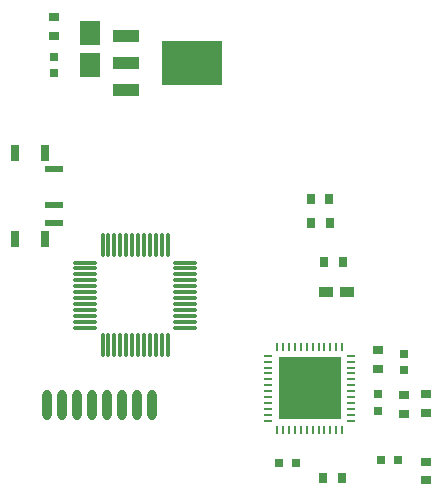
<source format=gtp>
G04*
G04 #@! TF.GenerationSoftware,Altium Limited,Altium Designer,18.0.11 (651)*
G04*
G04 Layer_Color=8421504*
%FSLAX25Y25*%
%MOIN*%
G70*
G01*
G75*
%ADD17R,0.05906X0.02362*%
%ADD18R,0.03150X0.05512*%
%ADD19R,0.03799X0.03150*%
%ADD20R,0.05000X0.03500*%
%ADD21R,0.03150X0.03799*%
%ADD22R,0.03000X0.03000*%
%ADD23O,0.03150X0.10079*%
%ADD24R,0.03000X0.03000*%
%ADD25O,0.00984X0.03150*%
%ADD26O,0.03150X0.00984*%
%ADD27R,0.20866X0.20866*%
%ADD28O,0.01181X0.08268*%
%ADD29O,0.08268X0.01181*%
%ADD30R,0.06693X0.07874*%
%ADD31R,0.20000X0.15000*%
%ADD32R,0.09000X0.04000*%
D17*
X15858Y-74858D02*
D03*
Y-68953D02*
D03*
Y-57142D02*
D03*
D18*
X12921Y-80370D02*
D03*
X3079D02*
D03*
Y-51630D02*
D03*
X12921D02*
D03*
D19*
X140000Y-132000D02*
D03*
Y-138299D02*
D03*
X132500Y-138500D02*
D03*
Y-132201D02*
D03*
X140000Y-160799D02*
D03*
Y-154500D02*
D03*
X124000Y-117201D02*
D03*
Y-123500D02*
D03*
X16000Y-6201D02*
D03*
Y-12500D02*
D03*
D20*
X106500Y-98000D02*
D03*
X113500D02*
D03*
D21*
X112299Y-88000D02*
D03*
X106000D02*
D03*
X105701Y-160000D02*
D03*
X112000D02*
D03*
X107799Y-67000D02*
D03*
X101500D02*
D03*
X101701Y-75000D02*
D03*
X108000D02*
D03*
D22*
X96500Y-155100D02*
D03*
X91000Y-155000D02*
D03*
X130500Y-154000D02*
D03*
X125000Y-153900D02*
D03*
D23*
X48500Y-135500D02*
D03*
X43500D02*
D03*
X38500D02*
D03*
X33500D02*
D03*
X28500D02*
D03*
X23500D02*
D03*
X18500D02*
D03*
X13500D02*
D03*
D24*
X124000Y-137500D02*
D03*
X124100Y-132000D02*
D03*
X132600Y-118500D02*
D03*
X132500Y-124000D02*
D03*
X16000Y-25000D02*
D03*
X16100Y-19500D02*
D03*
D25*
X90394Y-143827D02*
D03*
X92362D02*
D03*
X94331D02*
D03*
X96299D02*
D03*
X98268D02*
D03*
X100236D02*
D03*
X102205D02*
D03*
X104173D02*
D03*
X106142D02*
D03*
X108110D02*
D03*
X110079D02*
D03*
X112047D02*
D03*
Y-116268D02*
D03*
X110079D02*
D03*
X108110D02*
D03*
X106142D02*
D03*
X104173D02*
D03*
X102205D02*
D03*
X100236D02*
D03*
X98268D02*
D03*
X96299D02*
D03*
X94331D02*
D03*
X92362D02*
D03*
X90394D02*
D03*
D26*
X115000Y-140874D02*
D03*
Y-138906D02*
D03*
Y-136937D02*
D03*
Y-134968D02*
D03*
Y-133000D02*
D03*
Y-131032D02*
D03*
Y-129063D02*
D03*
Y-127094D02*
D03*
Y-125126D02*
D03*
Y-123158D02*
D03*
Y-121189D02*
D03*
Y-119220D02*
D03*
X87441D02*
D03*
Y-121189D02*
D03*
Y-123158D02*
D03*
Y-125126D02*
D03*
Y-127094D02*
D03*
Y-129063D02*
D03*
Y-131032D02*
D03*
Y-133000D02*
D03*
Y-134968D02*
D03*
Y-136937D02*
D03*
Y-138906D02*
D03*
Y-140874D02*
D03*
D27*
X101221Y-130047D02*
D03*
D28*
X32173Y-115642D02*
D03*
X34142D02*
D03*
X36110D02*
D03*
X38079D02*
D03*
X40047D02*
D03*
X42016D02*
D03*
X43984D02*
D03*
X45953D02*
D03*
X47921D02*
D03*
X49890D02*
D03*
X51858D02*
D03*
X53827D02*
D03*
Y-82458D02*
D03*
X51858D02*
D03*
X49890D02*
D03*
X47921D02*
D03*
X45953D02*
D03*
X43984D02*
D03*
X42016D02*
D03*
X40047D02*
D03*
X38079D02*
D03*
X36110D02*
D03*
X34142D02*
D03*
X32173D02*
D03*
D29*
X59642Y-109827D02*
D03*
Y-107858D02*
D03*
Y-105890D02*
D03*
Y-103921D02*
D03*
Y-101953D02*
D03*
Y-99984D02*
D03*
Y-98016D02*
D03*
Y-96047D02*
D03*
Y-94079D02*
D03*
Y-92110D02*
D03*
Y-90142D02*
D03*
Y-88173D02*
D03*
X26358D02*
D03*
Y-90142D02*
D03*
Y-92110D02*
D03*
Y-94079D02*
D03*
Y-96047D02*
D03*
Y-98016D02*
D03*
Y-99984D02*
D03*
Y-101953D02*
D03*
Y-103921D02*
D03*
Y-105890D02*
D03*
Y-107858D02*
D03*
Y-109827D02*
D03*
D30*
X28000Y-22315D02*
D03*
Y-11500D02*
D03*
D31*
X62000Y-21500D02*
D03*
D32*
X40000D02*
D03*
Y-12500D02*
D03*
Y-30500D02*
D03*
M02*

</source>
